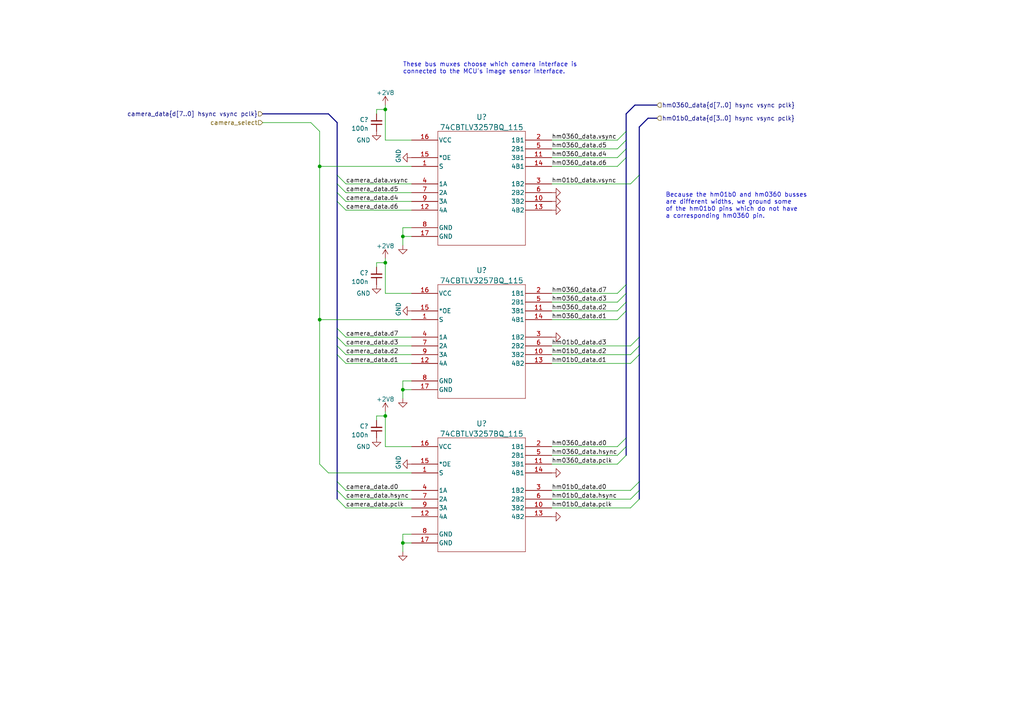
<source format=kicad_sch>
(kicad_sch (version 20211123) (generator eeschema)
  (paper "A4")
  (lib_symbols
    (symbol "74CBTLV3257BQ_115:74CBTLV3257BQ_115" (pin_names (offset 0.254))
      (property "Reference" "U?" (at 12.7 4.1476 0))
      (property "Value" "74CBTLV3257BQ_115" (at 12.7 1.1542 0))
      (symbol "74CBTLV3257BQ_115_0_1"
        (polyline (pts (xy 0 -33.02) (xy 25.4 -33.02)) (stroke (width 0.127)))
        (polyline (pts (xy 0 0) (xy 0 -33.02)) (stroke (width 0.127)))
        (polyline (pts (xy 25.4 -33.02) (xy 25.4 0)) (stroke (width 0.127)))
        (polyline (pts (xy 25.4 0) (xy 0 0)) (stroke (width 0.127)))
        (pin input line (at -7.62 -10.16 0) (length 7.62) (name "S") (number "1"))
        (pin bidirectional line (at 33.02 -20.32 180) (length 7.62) (name "3B2") (number "10"))
        (pin bidirectional line (at 33.02 -7.62 180) (length 7.62) (name "3B1") (number "11"))
        (pin bidirectional line (at -7.62 -22.86 0) (length 7.62) (name "4A") (number "12"))
        (pin bidirectional line (at 33.02 -22.86 180) (length 7.62) (name "4B2") (number "13"))
        (pin bidirectional line (at 33.02 -10.16 180) (length 7.62) (name "4B1") (number "14"))
        (pin input line (at -7.62 -7.62 0) (length 7.62) (name "*OE") (number "15"))
        (pin power_in line (at -7.62 -2.54 0) (length 7.62) (name "VCC") (number "16"))
        (pin power_in line (at -7.62 -30.48 0) (length 7.62) (name "GND") (number "17"))
        (pin bidirectional line (at 33.02 -2.54 180) (length 7.62) (name "1B1") (number "2"))
        (pin bidirectional line (at 33.02 -15.24 180) (length 7.62) (name "1B2") (number "3"))
        (pin bidirectional line (at -7.62 -15.24 0) (length 7.62) (name "1A") (number "4"))
        (pin bidirectional line (at 33.02 -5.08 180) (length 7.62) (name "2B1") (number "5"))
        (pin bidirectional line (at 33.02 -17.78 180) (length 7.62) (name "2B2") (number "6"))
        (pin bidirectional line (at -7.62 -17.78 0) (length 7.62) (name "2A") (number "7"))
        (pin power_in line (at -7.62 -27.94 0) (length 7.62) (name "GND") (number "8"))
        (pin bidirectional line (at -7.62 -20.32 0) (length 7.62) (name "3A") (number "9"))
      )
    )
    (symbol "Device:C_Small" (pin_numbers hide) (pin_names (offset 0.254) hide)
      (property "Reference" "C" (at 0.254 1.778 0))
      (property "Value" "C_Small" (at 0.254 -2.032 0))
      (symbol "C_Small_0_1"
        (polyline (pts (xy -1.524 -0.508) (xy 1.524 -0.508)) (stroke (width 0.3302)))
        (polyline (pts (xy -1.524 0.508) (xy 1.524 0.508)) (stroke (width 0.3048)))
      )
      (symbol "C_Small_1_1"
        (pin passive line (at 0 2.54 270) (length 2.032) (name "~") (number "1"))
        (pin passive line (at 0 -2.54 90) (length 2.032) (name "~") (number "2"))
      )
    )
    (symbol "power:+2V8" (power) (pin_names (offset 0))
      (property "Value" "+2V8" (at 0 3.556 0))
      (symbol "+2V8_0_1"
        (polyline (pts (xy -0.762 1.27) (xy 0 2.54)))
        (polyline (pts (xy 0 0) (xy 0 2.54)))
        (polyline (pts (xy 0 2.54) (xy 0.762 1.27)))
      )
      (symbol "+2V8_1_1"
        (pin power_in line (at 0 0 90) (length 0) hide (name "+2V8") (number "1"))
      )
    )
    (symbol "power:GND" (power) (pin_names (offset 0))
      (property "Value" "GND" (at 0 -3.81 0))
      (symbol "GND_0_1"
        (polyline (pts (xy 0 0) (xy 0 -1.27) (xy 1.27 -1.27) (xy 0 -2.54) (xy -1.27 -1.27) (xy 0 -1.27)))
      )
      (symbol "GND_1_1"
        (pin power_in line (at 0 0 270) (length 0) hide (name "GND") (number "1"))
      )
    )
  )
  (junction (at 92.71 48.26))
  (junction (at 111.76 76.2))
  (junction (at 116.84 113.03))
  (junction (at 111.76 120.65))
  (junction (at 116.84 68.58))
  (junction (at 111.76 31.75))
  (junction (at 92.71 92.71))
  (junction (at 116.84 157.48))
  (bus_entry (at 97.79 97.79) (size 2.54 2.54))
  (bus_entry (at 97.79 58.42) (size 2.54 2.54))
  (bus_entry (at 97.79 139.7) (size 2.54 2.54))
  (bus_entry (at 97.79 55.88) (size 2.54 2.54))
  (bus_entry (at 97.79 53.34) (size 2.54 2.54))
  (bus_entry (at 181.61 132.08) (size -2.54 2.54))
  (bus_entry (at 185.42 50.8) (size -2.54 2.54))
  (bus_entry (at 185.42 102.87) (size -2.54 2.54))
  (bus_entry (at 97.79 142.24) (size 2.54 2.54))
  (bus_entry (at 181.61 87.63) (size -2.54 2.54))
  (bus_entry (at 181.61 45.72) (size -2.54 2.54))
  (bus_entry (at 181.61 129.54) (size -2.54 2.54))
  (bus_entry (at 181.61 90.17) (size -2.54 2.54))
  (bus_entry (at 185.42 97.79) (size -2.54 2.54))
  (bus_entry (at 97.79 50.8) (size 2.54 2.54))
  (bus_entry (at 181.61 43.18) (size -2.54 2.54))
  (bus_entry (at 181.61 127) (size -2.54 2.54))
  (bus_entry (at 181.61 85.09) (size -2.54 2.54))
  (bus_entry (at 185.42 139.7) (size -2.54 2.54))
  (bus_entry (at 185.42 100.33) (size -2.54 2.54))
  (bus_entry (at 97.79 144.78) (size 2.54 2.54))
  (bus_entry (at 185.42 144.78) (size -2.54 2.54))
  (bus_entry (at 181.61 82.55) (size -2.54 2.54))
  (bus_entry (at 181.61 38.1) (size -2.54 2.54))
  (bus_entry (at 97.79 100.33) (size 2.54 2.54))
  (bus_entry (at 181.61 40.64) (size -2.54 2.54))
  (bus_entry (at 185.42 142.24) (size -2.54 2.54))
  (bus_entry (at 97.79 102.87) (size 2.54 2.54))
  (bus_entry (at 97.79 95.25) (size 2.54 2.54))
  (wire (pts (xy 179.07 45.72) (xy 160.02 45.72)))
  (wire (pts (xy 95.25 137.16) (xy 119.38 137.16)))
  (wire (pts (xy 116.84 154.94) (xy 119.38 154.94)))
  (bus (pts (xy 97.79 58.42) (xy 97.79 95.25)))
  (wire (pts (xy 116.84 66.04) (xy 119.38 66.04)))
  (wire (pts (xy 179.07 43.18) (xy 160.02 43.18)))
  (bus (pts (xy 97.79 97.79) (xy 97.79 100.33)))
  (wire (pts (xy 109.22 77.47) (xy 109.22 76.2)))
  (wire (pts (xy 100.33 144.78) (xy 119.38 144.78)))
  (wire (pts (xy 92.71 38.1) (xy 92.71 48.26)))
  (wire (pts (xy 111.76 85.09) (xy 111.76 76.2)))
  (bus (pts (xy 185.42 102.87) (xy 185.42 139.7)))
  (bus (pts (xy 97.79 55.88) (xy 97.79 58.42)))
  (bus (pts (xy 187.96 34.29) (xy 185.42 36.83)))
  (wire (pts (xy 111.76 129.54) (xy 111.76 120.65)))
  (wire (pts (xy 182.88 105.41) (xy 160.02 105.41)))
  (wire (pts (xy 92.71 92.71) (xy 119.38 92.71)))
  (bus (pts (xy 97.79 100.33) (xy 97.79 102.87)))
  (wire (pts (xy 100.33 142.24) (xy 119.38 142.24)))
  (wire (pts (xy 100.33 58.42) (xy 119.38 58.42)))
  (bus (pts (xy 190.5 30.48) (xy 184.15 30.48)))
  (wire (pts (xy 100.33 53.34) (xy 119.38 53.34)))
  (wire (pts (xy 179.07 92.71) (xy 160.02 92.71)))
  (wire (pts (xy 92.71 48.26) (xy 92.71 92.71)))
  (wire (pts (xy 100.33 60.96) (xy 119.38 60.96)))
  (wire (pts (xy 111.76 120.65) (xy 111.76 119.38)))
  (bus (pts (xy 184.15 30.48) (xy 181.61 33.02)))
  (bus (pts (xy 181.61 43.18) (xy 181.61 45.72)))
  (bus (pts (xy 185.42 97.79) (xy 185.42 100.33)))
  (bus (pts (xy 97.79 35.56) (xy 97.79 50.8)))
  (wire (pts (xy 179.07 129.54) (xy 160.02 129.54)))
  (wire (pts (xy 100.33 105.41) (xy 119.38 105.41)))
  (bus (pts (xy 185.42 50.8) (xy 185.42 97.79)))
  (bus (pts (xy 95.25 33.02) (xy 97.79 35.56)))
  (wire (pts (xy 116.84 110.49) (xy 119.38 110.49)))
  (wire (pts (xy 92.71 134.62) (xy 95.25 137.16)))
  (wire (pts (xy 92.71 92.71) (xy 92.71 134.62)))
  (bus (pts (xy 181.61 129.54) (xy 181.61 132.08)))
  (wire (pts (xy 100.33 100.33) (xy 119.38 100.33)))
  (bus (pts (xy 181.61 82.55) (xy 181.61 85.09)))
  (wire (pts (xy 100.33 147.32) (xy 119.38 147.32)))
  (wire (pts (xy 182.88 144.78) (xy 160.02 144.78)))
  (bus (pts (xy 185.42 139.7) (xy 185.42 142.24)))
  (wire (pts (xy 109.22 31.75) (xy 111.76 31.75)))
  (wire (pts (xy 182.88 142.24) (xy 160.02 142.24)))
  (wire (pts (xy 76.2 35.56) (xy 90.17 35.56)))
  (wire (pts (xy 182.88 100.33) (xy 160.02 100.33)))
  (bus (pts (xy 97.79 139.7) (xy 97.79 142.24)))
  (bus (pts (xy 97.79 95.25) (xy 97.79 97.79)))
  (bus (pts (xy 181.61 127) (xy 181.61 129.54)))
  (bus (pts (xy 190.5 34.29) (xy 187.96 34.29)))
  (bus (pts (xy 181.61 87.63) (xy 181.61 90.17)))
  (bus (pts (xy 181.61 85.09) (xy 181.61 87.63)))
  (wire (pts (xy 116.84 157.48) (xy 116.84 154.94)))
  (wire (pts (xy 179.07 85.09) (xy 160.02 85.09)))
  (wire (pts (xy 100.33 55.88) (xy 119.38 55.88)))
  (wire (pts (xy 111.76 40.64) (xy 111.76 31.75)))
  (wire (pts (xy 119.38 157.48) (xy 116.84 157.48)))
  (wire (pts (xy 100.33 102.87) (xy 119.38 102.87)))
  (wire (pts (xy 100.33 97.79) (xy 119.38 97.79)))
  (bus (pts (xy 181.61 45.72) (xy 181.61 82.55)))
  (bus (pts (xy 97.79 50.8) (xy 97.79 53.34)))
  (wire (pts (xy 116.84 160.02) (xy 116.84 157.48)))
  (wire (pts (xy 109.22 33.02) (xy 109.22 31.75)))
  (bus (pts (xy 76.2 33.02) (xy 95.25 33.02)))
  (wire (pts (xy 116.84 115.57) (xy 116.84 113.03)))
  (wire (pts (xy 179.07 87.63) (xy 160.02 87.63)))
  (bus (pts (xy 181.61 40.64) (xy 181.61 43.18)))
  (wire (pts (xy 109.22 121.92) (xy 109.22 120.65)))
  (wire (pts (xy 179.07 40.64) (xy 160.02 40.64)))
  (wire (pts (xy 116.84 71.12) (xy 116.84 68.58)))
  (wire (pts (xy 182.88 53.34) (xy 160.02 53.34)))
  (wire (pts (xy 179.07 90.17) (xy 160.02 90.17)))
  (bus (pts (xy 97.79 53.34) (xy 97.79 55.88)))
  (bus (pts (xy 97.79 142.24) (xy 97.79 144.78)))
  (wire (pts (xy 111.76 31.75) (xy 111.76 30.48)))
  (wire (pts (xy 109.22 76.2) (xy 111.76 76.2)))
  (wire (pts (xy 119.38 68.58) (xy 116.84 68.58)))
  (bus (pts (xy 97.79 102.87) (xy 97.79 139.7)))
  (wire (pts (xy 90.17 35.56) (xy 92.71 38.1)))
  (bus (pts (xy 181.61 38.1) (xy 181.61 40.64)))
  (wire (pts (xy 92.71 48.26) (xy 119.38 48.26)))
  (wire (pts (xy 182.88 102.87) (xy 160.02 102.87)))
  (wire (pts (xy 179.07 134.62) (xy 160.02 134.62)))
  (wire (pts (xy 111.76 76.2) (xy 111.76 74.93)))
  (wire (pts (xy 119.38 85.09) (xy 111.76 85.09)))
  (wire (pts (xy 179.07 48.26) (xy 160.02 48.26)))
  (bus (pts (xy 185.42 100.33) (xy 185.42 102.87)))
  (wire (pts (xy 119.38 113.03) (xy 116.84 113.03)))
  (wire (pts (xy 116.84 68.58) (xy 116.84 66.04)))
  (wire (pts (xy 116.84 113.03) (xy 116.84 110.49)))
  (wire (pts (xy 179.07 132.08) (xy 160.02 132.08)))
  (bus (pts (xy 185.42 142.24) (xy 185.42 144.78)))
  (bus (pts (xy 181.61 33.02) (xy 181.61 38.1)))
  (bus (pts (xy 185.42 36.83) (xy 185.42 50.8)))
  (bus (pts (xy 181.61 90.17) (xy 181.61 127)))
  (wire (pts (xy 119.38 129.54) (xy 111.76 129.54)))
  (wire (pts (xy 109.22 120.65) (xy 111.76 120.65)))
  (wire (pts (xy 119.38 40.64) (xy 111.76 40.64)))
  (wire (pts (xy 182.88 147.32) (xy 160.02 147.32)))
  (text "These bus muxes choose which camera interface is \nconnected to the MCU's image sensor interface." (at 116.84 21.59 0) (effects (font (size 1.27 1.27)) (justify left bottom)))
  (text "Because the hm01b0 and hm0360 busses\nare different widths, we ground some \nof the hm01b0 pins which do not have \na corresponding hm0360 pin." (at 193.04 63.5 0) (effects (font (size 1.27 1.27)) (justify left bottom)))
  (label "hm01b0_data.hsync" (at 160.02 144.78 0))
  (label "hm0360_data.hsync" (at 160.02 132.08 0))
  (label "hm01b0_data.d0" (at 160.02 142.24 0))
  (label "camera_data.pclk" (at 100.33 147.32 0))
  (label "camera_data.d0" (at 100.33 142.24 0))
  (label "hm0360_data.d4" (at 160.02 45.72 0))
  (label "camera_data.d7" (at 100.33 97.79 0))
  (label "camera_data.d4" (at 100.33 58.42 0))
  (label "hm0360_data.d5" (at 160.02 43.18 0))
  (label "camera_data.vsync" (at 100.33 53.34 0))
  (label "hm01b0_data.pclk" (at 160.02 147.32 0))
  (label "hm0360_data.d7" (at 160.02 85.09 0))
  (label "hm01b0_data.d2" (at 160.02 102.87 0))
  (label "hm01b0_data.d3" (at 160.02 100.33 0))
  (label "hm0360_data.pclk" (at 160.02 134.62 0))
  (label "hm0360_data.d0" (at 160.02 129.54 0))
  (label "hm01b0_data.d1" (at 160.02 105.41 0))
  (label "hm0360_data.vsync" (at 160.02 40.64 0))
  (label "hm01b0_data.vsync" (at 160.02 53.34 0))
  (label "camera_data.d6" (at 100.33 60.96 0))
  (label "hm0360_data.d1" (at 160.02 92.71 0))
  (label "hm0360_data.d3" (at 160.02 87.63 0))
  (label "camera_data.hsync" (at 100.33 144.78 0))
  (label "camera_data.d2" (at 100.33 102.87 0))
  (label "camera_data.d1" (at 100.33 105.41 0))
  (label "camera_data.d5" (at 100.33 55.88 0))
  (label "hm0360_data.d6" (at 160.02 48.26 0))
  (label "hm0360_data.d2" (at 160.02 90.17 0))
  (label "camera_data.d3" (at 100.33 100.33 0))
  (hierarchical_label "camera_select" (shape input) (at 76.2 35.56 180))
  (hierarchical_label "hm01b0_data{d[3..0] hsync vsync pclk}" (shape input) (at 190.5 34.29 0))
  (hierarchical_label "hm0360_data{d[7..0] hsync vsync pclk}" (shape input) (at 190.5 30.48 0))
  (hierarchical_label "camera_data{d[7..0] hsync vsync pclk}" (shape input) (at 76.2 33.02 180))
  (symbol (lib_id "74CBTLV3257BQ_115:74CBTLV3257BQ_115") (at 127 127 0) (unit 1)
    (property "Reference" "U?" (at 139.7 122.8524 0) (effects (font (size 1.524 1.524))))
    (property "Value" "74CBTLV3257BQ_115" (at 139.7 125.8458 0) (effects (font (size 1.524 1.524))))
    (property "Footprint" "DHVQFN16_SOT763-1_NEX" (effects hide))
    (property "Datasheet" "74CBTLV3257BQ_115" (effects hide))
  )
  (symbol (lib_id "power:GND") (at 160.02 97.79 90) (mirror x) (unit 1)
    (property "Reference" "#PWR?" (effects hide))
    (property "Value" "GND" (effects hide))
  )
  (symbol (lib_id "power:+2V8") (at 111.76 30.48 0) (unit 1)
    (property "Reference" "#PWR?" (effects hide))
    (property "Value" "+2V8" (at 111.76 26.9042 0))
  )
  (symbol (lib_id "power:GND") (at 119.38 134.62 270) (unit 1)
    (property "Reference" "#PWR?" (effects hide))
    (property "Value" "GND" (at 115.57 132.08 0) (effects (justify left)))
  )
  (symbol (lib_id "power:GND") (at 116.84 71.12 0) (mirror y) (unit 1)
    (property "Reference" "#PWR?" (effects hide))
    (property "Value" "GND" (effects hide))
  )
  (symbol (lib_id "power:GND") (at 160.02 149.86 90) (mirror x) (unit 1)
    (property "Reference" "#PWR?" (effects hide))
    (property "Value" "GND" (effects hide))
  )
  (symbol (lib_id "power:GND") (at 160.02 58.42 90) (mirror x) (unit 1)
    (property "Reference" "#PWR?" (effects hide))
    (property "Value" "GND" (effects hide))
  )
  (symbol (lib_id "power:GND") (at 116.84 160.02 0) (mirror y) (unit 1)
    (property "Reference" "#PWR?" (effects hide))
    (property "Value" "GND" (effects hide))
  )
  (symbol (lib_id "power:GND") (at 116.84 115.57 0) (mirror y) (unit 1)
    (property "Reference" "#PWR?" (effects hide))
    (property "Value" "GND" (effects hide))
  )
  (symbol (lib_id "74CBTLV3257BQ_115:74CBTLV3257BQ_115") (at 127 38.1 0) (unit 1)
    (property "Reference" "U?" (at 139.7 33.9524 0) (effects (font (size 1.524 1.524))))
    (property "Value" "74CBTLV3257BQ_115" (at 139.7 36.9458 0) (effects (font (size 1.524 1.524))))
    (property "Footprint" "DHVQFN16_SOT763-1_NEX" (effects hide))
    (property "Datasheet" "74CBTLV3257BQ_115" (effects hide))
  )
  (symbol (lib_id "Device:C_Small") (at 109.22 124.46 0) (mirror x) (unit 1)
    (property "Reference" "C?" (at 106.8959 123.6189 0) (effects (justify right)))
    (property "Value" "100n" (at 106.8959 126.1558 0) (effects (justify right)))
  )
  (symbol (lib_id "power:GND") (at 109.22 127 0) (unit 1)
    (property "Reference" "#PWR?" (effects hide))
    (property "Value" "GND" (at 105.41 129.54 0))
  )
  (symbol (lib_id "power:GND") (at 119.38 45.72 270) (unit 1)
    (property "Reference" "#PWR?" (effects hide))
    (property "Value" "GND" (at 115.57 43.18 0) (effects (justify left)))
  )
  (symbol (lib_id "power:GND") (at 109.22 82.55 0) (unit 1)
    (property "Reference" "#PWR?" (effects hide))
    (property "Value" "GND" (at 105.41 85.09 0))
  )
  (symbol (lib_id "power:GND") (at 160.02 137.16 90) (mirror x) (unit 1)
    (property "Reference" "#PWR?" (effects hide))
    (property "Value" "GND" (effects hide))
  )
  (symbol (lib_id "74CBTLV3257BQ_115:74CBTLV3257BQ_115") (at 127 82.55 0) (unit 1)
    (property "Reference" "U?" (at 139.7 78.4024 0) (effects (font (size 1.524 1.524))))
    (property "Value" "74CBTLV3257BQ_115" (at 139.7 81.3958 0) (effects (font (size 1.524 1.524))))
    (property "Footprint" "DHVQFN16_SOT763-1_NEX" (effects hide))
    (property "Datasheet" "74CBTLV3257BQ_115" (effects hide))
  )
  (symbol (lib_id "power:+2V8") (at 111.76 74.93 0) (unit 1)
    (property "Reference" "#PWR?" (effects hide))
    (property "Value" "+2V8" (at 111.76 71.3542 0))
  )
  (symbol (lib_id "Device:C_Small") (at 109.22 80.01 0) (mirror x) (unit 1)
    (property "Reference" "C?" (at 106.8959 79.1689 0) (effects (justify right)))
    (property "Value" "100n" (at 106.8959 81.7058 0) (effects (justify right)))
  )
  (symbol (lib_id "power:GND") (at 160.02 55.88 90) (mirror x) (unit 1)
    (property "Reference" "#PWR?" (effects hide))
    (property "Value" "GND" (effects hide))
  )
  (symbol (lib_id "Device:C_Small") (at 109.22 35.56 0) (mirror x) (unit 1)
    (property "Reference" "C?" (at 106.8959 34.7189 0) (effects (justify right)))
    (property "Value" "100n" (at 106.8959 37.2558 0) (effects (justify right)))
  )
  (symbol (lib_id "power:GND") (at 160.02 60.96 90) (mirror x) (unit 1)
    (property "Reference" "#PWR?" (effects hide))
    (property "Value" "GND" (effects hide))
  )
  (symbol (lib_id "power:GND") (at 119.38 90.17 270) (unit 1)
    (property "Reference" "#PWR?" (effects hide))
    (property "Value" "GND" (at 115.57 87.63 0) (effects (justify left)))
  )
  (symbol (lib_id "power:+2V8") (at 111.76 119.38 0) (unit 1)
    (property "Reference" "#PWR?" (effects hide))
    (property "Value" "+2V8" (at 111.76 115.8042 0))
  )
  (symbol (lib_id "power:GND") (at 109.22 38.1 0) (unit 1)
    (property "Reference" "#PWR?" (effects hide))
    (property "Value" "GND" (at 105.41 40.64 0))
  )
)
</source>
